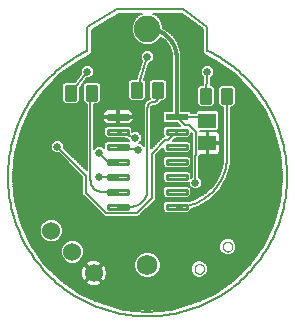
<source format=gbl>
G75*
%MOIN*%
%OFA0B0*%
%FSLAX25Y25*%
%IPPOS*%
%LPD*%
%AMOC8*
5,1,8,0,0,1.08239X$1,22.5*
%
%ADD10C,0.00600*%
%ADD11C,0.00000*%
%ADD12C,0.08858*%
%ADD13C,0.06909*%
%ADD14R,0.07677X0.02323*%
%ADD15C,0.01161*%
%ADD16C,0.01000*%
%ADD17R,0.05906X0.05118*%
%ADD18C,0.06000*%
%ADD19C,0.02578*%
%ADD20C,0.01200*%
%ADD21C,0.00800*%
D10*
X0046966Y0052337D02*
X0052499Y0046830D01*
X0058902Y0042364D01*
X0065981Y0039074D01*
X0073523Y0037060D01*
X0081300Y0036381D01*
X0089077Y0037060D01*
X0096619Y0039074D01*
X0103698Y0042364D01*
X0110101Y0046830D01*
X0115634Y0052337D01*
X0120130Y0058719D01*
X0123453Y0065783D01*
X0125503Y0073315D01*
X0126218Y0081089D01*
X0125576Y0088869D01*
X0123597Y0096421D01*
X0120341Y0103515D01*
X0115905Y0109939D01*
X0110424Y0115498D01*
X0104063Y0120024D01*
X0104063Y0120024D01*
X0100905Y0121700D01*
X0100637Y0121700D01*
X0100363Y0121974D01*
X0100014Y0122140D01*
X0099913Y0122424D01*
X0099700Y0122637D01*
X0099700Y0123025D01*
X0099570Y0123390D01*
X0099700Y0123662D01*
X0099700Y0130500D01*
X0092767Y0135700D01*
X0083082Y0135700D01*
X0084319Y0135188D01*
X0085818Y0133689D01*
X0086629Y0131730D01*
X0086629Y0130957D01*
X0089364Y0128970D01*
X0089364Y0128970D01*
X0091461Y0126084D01*
X0091461Y0126084D01*
X0092564Y0122690D01*
X0092564Y0103361D01*
X0095275Y0103361D01*
X0095802Y0102834D01*
X0095802Y0102600D01*
X0097447Y0102600D01*
X0097447Y0102972D01*
X0097974Y0103499D01*
X0104626Y0103499D01*
X0105153Y0102972D01*
X0105153Y0097108D01*
X0104626Y0096581D01*
X0098647Y0096581D01*
X0098647Y0096419D01*
X0101000Y0096419D01*
X0101000Y0092860D01*
X0101600Y0092860D01*
X0101600Y0096419D01*
X0104424Y0096419D01*
X0104755Y0096330D01*
X0105051Y0096159D01*
X0105293Y0095917D01*
X0105464Y0095621D01*
X0105553Y0095290D01*
X0105553Y0092860D01*
X0101600Y0092860D01*
X0101600Y0092260D01*
X0105553Y0092260D01*
X0105553Y0089830D01*
X0105464Y0089499D01*
X0105293Y0089203D01*
X0105051Y0088961D01*
X0104755Y0088789D01*
X0104424Y0088701D01*
X0101600Y0088701D01*
X0101600Y0092260D01*
X0101000Y0092260D01*
X0101000Y0088701D01*
X0098662Y0088701D01*
X0098647Y0088559D01*
X0098647Y0088090D01*
X0098600Y0088043D01*
X0098600Y0081096D01*
X0099489Y0080207D01*
X0099489Y0078393D01*
X0098207Y0077111D01*
X0096393Y0077111D01*
X0095111Y0078393D01*
X0095111Y0079415D01*
X0094935Y0079239D01*
X0087193Y0079239D01*
X0086325Y0080106D01*
X0086325Y0082494D01*
X0087193Y0083361D01*
X0094935Y0083361D01*
X0095802Y0082494D01*
X0095802Y0080898D01*
X0096000Y0081096D01*
X0096000Y0088175D01*
X0095950Y0088237D01*
X0096000Y0088703D01*
X0096000Y0089172D01*
X0096047Y0089220D01*
X0096047Y0095552D01*
X0095802Y0095797D01*
X0095802Y0095106D01*
X0094935Y0094239D01*
X0090841Y0094239D01*
X0089964Y0093361D01*
X0094935Y0093361D01*
X0095802Y0092494D01*
X0095802Y0090106D01*
X0094935Y0089239D01*
X0087193Y0089239D01*
X0086325Y0090106D01*
X0086325Y0090797D01*
X0084000Y0088472D01*
X0084000Y0073656D01*
X0078944Y0068600D01*
X0078182Y0067839D01*
X0067085Y0067839D01*
X0060362Y0074562D01*
X0059600Y0075324D01*
X0059600Y0081162D01*
X0051650Y0089111D01*
X0050393Y0089111D01*
X0049111Y0090393D01*
X0049111Y0092207D01*
X0050393Y0093489D01*
X0052207Y0093489D01*
X0053489Y0092207D01*
X0053489Y0090949D01*
X0061000Y0083438D01*
X0061000Y0105650D01*
X0060720Y0105650D01*
X0059900Y0106470D01*
X0059900Y0112130D01*
X0060720Y0112950D01*
X0064880Y0112950D01*
X0065700Y0112130D01*
X0065700Y0106470D01*
X0064880Y0105650D01*
X0063600Y0105650D01*
X0063600Y0090696D01*
X0064393Y0091489D01*
X0066207Y0091489D01*
X0066798Y0090898D01*
X0066798Y0092494D01*
X0067665Y0093361D01*
X0075143Y0093361D01*
X0075111Y0093393D01*
X0075111Y0093684D01*
X0073511Y0094239D01*
X0067665Y0094239D01*
X0066798Y0095106D01*
X0066798Y0097494D01*
X0067665Y0098361D01*
X0075407Y0098361D01*
X0076275Y0097494D01*
X0076275Y0096370D01*
X0076393Y0096489D01*
X0078207Y0096489D01*
X0079489Y0095207D01*
X0079489Y0093393D01*
X0078585Y0092489D01*
X0079207Y0092489D01*
X0080000Y0091696D01*
X0080000Y0105184D01*
X0080884Y0106716D01*
X0080884Y0106716D01*
X0082006Y0107364D01*
X0081900Y0107470D01*
X0081900Y0113130D01*
X0082720Y0113950D01*
X0086880Y0113950D01*
X0087700Y0113130D01*
X0087700Y0107470D01*
X0086880Y0106650D01*
X0085869Y0106650D01*
X0085350Y0105750D01*
X0085350Y0105750D01*
X0085350Y0105750D01*
X0084050Y0105000D01*
X0083300Y0105000D01*
X0083119Y0104976D01*
X0082805Y0104795D01*
X0082624Y0104481D01*
X0082600Y0104300D01*
X0082600Y0090749D01*
X0086613Y0094761D01*
X0086670Y0094761D01*
X0086325Y0095106D01*
X0086325Y0097494D01*
X0087193Y0098361D01*
X0092164Y0098361D01*
X0091287Y0099239D01*
X0086852Y0099239D01*
X0086325Y0099766D01*
X0086325Y0102834D01*
X0086852Y0103361D01*
X0089564Y0103361D01*
X0089564Y0120906D01*
X0089462Y0122199D01*
X0088663Y0124658D01*
X0087143Y0126750D01*
X0085837Y0127699D01*
X0085818Y0127651D01*
X0084319Y0126152D01*
X0082360Y0125341D01*
X0080240Y0125341D01*
X0078281Y0126152D01*
X0076782Y0127651D01*
X0075971Y0129610D01*
X0075971Y0131730D01*
X0076782Y0133689D01*
X0078281Y0135188D01*
X0079518Y0135700D01*
X0071743Y0135700D01*
X0062900Y0130394D01*
X0062900Y0123662D01*
X0063030Y0123390D01*
X0062900Y0123025D01*
X0062900Y0122637D01*
X0062687Y0122424D01*
X0062586Y0122140D01*
X0062237Y0121974D01*
X0061963Y0121700D01*
X0061695Y0121700D01*
X0058537Y0120024D01*
X0052176Y0115498D01*
X0046695Y0109939D01*
X0042259Y0103515D01*
X0039003Y0096421D01*
X0037023Y0088869D01*
X0036382Y0081089D01*
X0037097Y0073315D01*
X0039147Y0065783D01*
X0042470Y0058719D01*
X0046966Y0052337D01*
X0046756Y0052634D02*
X0054958Y0052634D01*
X0055524Y0052400D02*
X0057076Y0052400D01*
X0058509Y0052994D01*
X0059606Y0054091D01*
X0060200Y0055524D01*
X0060200Y0057076D01*
X0059606Y0058509D01*
X0058509Y0059606D01*
X0057076Y0060200D01*
X0055524Y0060200D01*
X0054091Y0059606D01*
X0052994Y0058509D01*
X0052400Y0057076D01*
X0052400Y0055524D01*
X0052994Y0054091D01*
X0054091Y0052994D01*
X0055524Y0052400D01*
X0053852Y0053233D02*
X0046334Y0053233D01*
X0045913Y0053832D02*
X0053253Y0053832D01*
X0052853Y0054430D02*
X0045491Y0054430D01*
X0045070Y0055029D02*
X0052605Y0055029D01*
X0052400Y0055627D02*
X0044648Y0055627D01*
X0044226Y0056226D02*
X0052400Y0056226D01*
X0052400Y0056824D02*
X0043805Y0056824D01*
X0043383Y0057423D02*
X0052544Y0057423D01*
X0052792Y0058021D02*
X0042961Y0058021D01*
X0042540Y0058620D02*
X0053104Y0058620D01*
X0053703Y0059218D02*
X0042235Y0059218D01*
X0041953Y0059817D02*
X0047619Y0059817D01*
X0047020Y0060065D02*
X0048453Y0059471D01*
X0050005Y0059471D01*
X0051438Y0060065D01*
X0052535Y0061162D01*
X0053129Y0062595D01*
X0053129Y0064147D01*
X0052535Y0065580D01*
X0051438Y0066677D01*
X0050005Y0067271D01*
X0048453Y0067271D01*
X0047020Y0066677D01*
X0045923Y0065580D01*
X0045329Y0064147D01*
X0045329Y0062595D01*
X0045923Y0061162D01*
X0047020Y0060065D01*
X0046669Y0060415D02*
X0041672Y0060415D01*
X0041390Y0061014D02*
X0046071Y0061014D01*
X0045736Y0061612D02*
X0041109Y0061612D01*
X0040827Y0062211D02*
X0045488Y0062211D01*
X0045329Y0062809D02*
X0040545Y0062809D01*
X0040264Y0063408D02*
X0045329Y0063408D01*
X0045329Y0064006D02*
X0039982Y0064006D01*
X0039701Y0064605D02*
X0045519Y0064605D01*
X0045767Y0065203D02*
X0039419Y0065203D01*
X0039141Y0065802D02*
X0046144Y0065802D01*
X0046743Y0066400D02*
X0038978Y0066400D01*
X0038816Y0066999D02*
X0047796Y0066999D01*
X0050662Y0066999D02*
X0123784Y0066999D01*
X0123947Y0067597D02*
X0038653Y0067597D01*
X0038490Y0068196D02*
X0066728Y0068196D01*
X0066129Y0068794D02*
X0038327Y0068794D01*
X0038164Y0069393D02*
X0065531Y0069393D01*
X0064932Y0069991D02*
X0038001Y0069991D01*
X0037838Y0070590D02*
X0064334Y0070590D01*
X0063735Y0071188D02*
X0037675Y0071188D01*
X0037513Y0071787D02*
X0063137Y0071787D01*
X0062538Y0072385D02*
X0037350Y0072385D01*
X0037187Y0072984D02*
X0061940Y0072984D01*
X0061341Y0073582D02*
X0037072Y0073582D01*
X0037017Y0074181D02*
X0060743Y0074181D01*
X0060144Y0074779D02*
X0036962Y0074779D01*
X0036907Y0075378D02*
X0059600Y0075378D01*
X0059600Y0075976D02*
X0036852Y0075976D01*
X0036797Y0076575D02*
X0059600Y0076575D01*
X0059600Y0077173D02*
X0036742Y0077173D01*
X0036687Y0077772D02*
X0059600Y0077772D01*
X0059600Y0078370D02*
X0036632Y0078370D01*
X0036577Y0078969D02*
X0059600Y0078969D01*
X0059600Y0079568D02*
X0036522Y0079568D01*
X0036467Y0080166D02*
X0059600Y0080166D01*
X0059600Y0080765D02*
X0036412Y0080765D01*
X0036404Y0081363D02*
X0059398Y0081363D01*
X0058800Y0081962D02*
X0036454Y0081962D01*
X0036503Y0082560D02*
X0058201Y0082560D01*
X0057603Y0083159D02*
X0036552Y0083159D01*
X0036602Y0083757D02*
X0057004Y0083757D01*
X0056406Y0084356D02*
X0036651Y0084356D01*
X0036701Y0084954D02*
X0055807Y0084954D01*
X0055209Y0085553D02*
X0036750Y0085553D01*
X0036799Y0086151D02*
X0054610Y0086151D01*
X0054012Y0086750D02*
X0036849Y0086750D01*
X0036898Y0087348D02*
X0053413Y0087348D01*
X0052815Y0087947D02*
X0036947Y0087947D01*
X0036997Y0088545D02*
X0052216Y0088545D01*
X0050361Y0089144D02*
X0037095Y0089144D01*
X0037252Y0089742D02*
X0049762Y0089742D01*
X0049164Y0090341D02*
X0037409Y0090341D01*
X0037566Y0090939D02*
X0049111Y0090939D01*
X0049111Y0091538D02*
X0037723Y0091538D01*
X0037880Y0092136D02*
X0049111Y0092136D01*
X0049639Y0092735D02*
X0038037Y0092735D01*
X0038193Y0093333D02*
X0050238Y0093333D01*
X0052362Y0093333D02*
X0061000Y0093333D01*
X0061000Y0092735D02*
X0052961Y0092735D01*
X0053489Y0092136D02*
X0061000Y0092136D01*
X0061000Y0091538D02*
X0053489Y0091538D01*
X0053499Y0090939D02*
X0061000Y0090939D01*
X0061000Y0090341D02*
X0054098Y0090341D01*
X0054696Y0089742D02*
X0061000Y0089742D01*
X0061000Y0089144D02*
X0055295Y0089144D01*
X0055893Y0088545D02*
X0061000Y0088545D01*
X0061000Y0087947D02*
X0056492Y0087947D01*
X0057090Y0087348D02*
X0061000Y0087348D01*
X0061000Y0086750D02*
X0057689Y0086750D01*
X0058287Y0086151D02*
X0061000Y0086151D01*
X0061000Y0085553D02*
X0058886Y0085553D01*
X0059484Y0084954D02*
X0061000Y0084954D01*
X0061000Y0084356D02*
X0060083Y0084356D01*
X0060681Y0083757D02*
X0061000Y0083757D01*
X0063600Y0090939D02*
X0063844Y0090939D01*
X0063600Y0091538D02*
X0066798Y0091538D01*
X0066798Y0092136D02*
X0063600Y0092136D01*
X0063600Y0092735D02*
X0067038Y0092735D01*
X0067637Y0093333D02*
X0063600Y0093333D01*
X0063600Y0093932D02*
X0074396Y0093932D01*
X0076275Y0096924D02*
X0080000Y0096924D01*
X0080000Y0096326D02*
X0078370Y0096326D01*
X0078968Y0095727D02*
X0080000Y0095727D01*
X0080000Y0095129D02*
X0079489Y0095129D01*
X0079489Y0094530D02*
X0080000Y0094530D01*
X0080000Y0093932D02*
X0079489Y0093932D01*
X0079429Y0093333D02*
X0080000Y0093333D01*
X0080000Y0092735D02*
X0078830Y0092735D01*
X0079559Y0092136D02*
X0080000Y0092136D01*
X0082600Y0092136D02*
X0083988Y0092136D01*
X0084586Y0092735D02*
X0082600Y0092735D01*
X0082600Y0093333D02*
X0085185Y0093333D01*
X0085783Y0093932D02*
X0082600Y0093932D01*
X0082600Y0094530D02*
X0086382Y0094530D01*
X0086325Y0095129D02*
X0082600Y0095129D01*
X0082600Y0095727D02*
X0086325Y0095727D01*
X0086325Y0096326D02*
X0082600Y0096326D01*
X0082600Y0096924D02*
X0086325Y0096924D01*
X0086354Y0097523D02*
X0082600Y0097523D01*
X0082600Y0098121D02*
X0086953Y0098121D01*
X0086773Y0099318D02*
X0082600Y0099318D01*
X0082600Y0098720D02*
X0091805Y0098720D01*
X0090534Y0093932D02*
X0096047Y0093932D01*
X0096047Y0094530D02*
X0095227Y0094530D01*
X0095802Y0095129D02*
X0096047Y0095129D01*
X0095872Y0095727D02*
X0095802Y0095727D01*
X0096047Y0093333D02*
X0094963Y0093333D01*
X0095562Y0092735D02*
X0096047Y0092735D01*
X0096047Y0092136D02*
X0095802Y0092136D01*
X0095802Y0091538D02*
X0096047Y0091538D01*
X0096047Y0090939D02*
X0095802Y0090939D01*
X0095802Y0090341D02*
X0096047Y0090341D01*
X0096047Y0089742D02*
X0095439Y0089742D01*
X0096000Y0089144D02*
X0084672Y0089144D01*
X0085270Y0089742D02*
X0086689Y0089742D01*
X0086325Y0090341D02*
X0085869Y0090341D01*
X0087193Y0088361D02*
X0086325Y0087494D01*
X0086325Y0085106D01*
X0087193Y0084239D01*
X0094935Y0084239D01*
X0095802Y0085106D01*
X0095802Y0087494D01*
X0094935Y0088361D01*
X0087193Y0088361D01*
X0086778Y0087947D02*
X0084000Y0087947D01*
X0084000Y0087348D02*
X0086325Y0087348D01*
X0086325Y0086750D02*
X0084000Y0086750D01*
X0084000Y0086151D02*
X0086325Y0086151D01*
X0086325Y0085553D02*
X0084000Y0085553D01*
X0084000Y0084954D02*
X0086477Y0084954D01*
X0087076Y0084356D02*
X0084000Y0084356D01*
X0084000Y0083757D02*
X0096000Y0083757D01*
X0096000Y0083159D02*
X0095138Y0083159D01*
X0095736Y0082560D02*
X0096000Y0082560D01*
X0096000Y0081962D02*
X0095802Y0081962D01*
X0095802Y0081363D02*
X0096000Y0081363D01*
X0095111Y0078969D02*
X0084000Y0078969D01*
X0084000Y0079568D02*
X0086864Y0079568D01*
X0086325Y0080166D02*
X0084000Y0080166D01*
X0084000Y0080765D02*
X0086325Y0080765D01*
X0086325Y0081363D02*
X0084000Y0081363D01*
X0084000Y0081962D02*
X0086325Y0081962D01*
X0086391Y0082560D02*
X0084000Y0082560D01*
X0084000Y0083159D02*
X0086990Y0083159D01*
X0087193Y0078361D02*
X0086325Y0077494D01*
X0086325Y0075106D01*
X0087193Y0074239D01*
X0094935Y0074239D01*
X0095802Y0075106D01*
X0095802Y0077494D01*
X0094935Y0078361D01*
X0087193Y0078361D01*
X0086603Y0077772D02*
X0084000Y0077772D01*
X0084000Y0078370D02*
X0095134Y0078370D01*
X0095524Y0077772D02*
X0095732Y0077772D01*
X0095802Y0077173D02*
X0096331Y0077173D01*
X0095802Y0076575D02*
X0101246Y0076575D01*
X0101844Y0077173D02*
X0098269Y0077173D01*
X0098868Y0077772D02*
X0102443Y0077772D01*
X0103041Y0078370D02*
X0099466Y0078370D01*
X0099489Y0078969D02*
X0103501Y0078969D01*
X0103310Y0078639D02*
X0100461Y0075790D01*
X0096971Y0073775D01*
X0095039Y0073257D01*
X0094935Y0073361D01*
X0087193Y0073361D01*
X0086325Y0072494D01*
X0086325Y0070106D01*
X0087193Y0069239D01*
X0094935Y0069239D01*
X0095802Y0070106D01*
X0095802Y0070633D01*
X0098025Y0071229D01*
X0098025Y0071229D01*
X0102138Y0073604D01*
X0105496Y0076962D01*
X0107871Y0081074D01*
X0107871Y0081075D01*
X0109100Y0085662D01*
X0109100Y0104650D01*
X0109880Y0104650D01*
X0110700Y0105470D01*
X0110700Y0111130D01*
X0109880Y0111950D01*
X0105720Y0111950D01*
X0104900Y0111130D01*
X0104900Y0105470D01*
X0105720Y0104650D01*
X0106500Y0104650D01*
X0106500Y0088036D01*
X0106368Y0086021D01*
X0105325Y0082129D01*
X0103310Y0078639D01*
X0103846Y0079568D02*
X0099489Y0079568D01*
X0099489Y0080166D02*
X0104192Y0080166D01*
X0104537Y0080765D02*
X0098931Y0080765D01*
X0098600Y0081363D02*
X0104883Y0081363D01*
X0105228Y0081962D02*
X0098600Y0081962D01*
X0098600Y0082560D02*
X0105440Y0082560D01*
X0105601Y0083159D02*
X0098600Y0083159D01*
X0098600Y0083757D02*
X0105761Y0083757D01*
X0105922Y0084356D02*
X0098600Y0084356D01*
X0098600Y0084954D02*
X0106082Y0084954D01*
X0106242Y0085553D02*
X0098600Y0085553D01*
X0098600Y0086151D02*
X0106376Y0086151D01*
X0106416Y0086750D02*
X0098600Y0086750D01*
X0098600Y0087348D02*
X0106455Y0087348D01*
X0106494Y0087947D02*
X0098600Y0087947D01*
X0098647Y0088545D02*
X0106500Y0088545D01*
X0106500Y0089144D02*
X0105234Y0089144D01*
X0105529Y0089742D02*
X0106500Y0089742D01*
X0106500Y0090341D02*
X0105553Y0090341D01*
X0105553Y0090939D02*
X0106500Y0090939D01*
X0106500Y0091538D02*
X0105553Y0091538D01*
X0105553Y0092136D02*
X0106500Y0092136D01*
X0106500Y0092735D02*
X0101600Y0092735D01*
X0101600Y0093333D02*
X0101000Y0093333D01*
X0101000Y0093932D02*
X0101600Y0093932D01*
X0101600Y0094530D02*
X0101000Y0094530D01*
X0101000Y0095129D02*
X0101600Y0095129D01*
X0101600Y0095727D02*
X0101000Y0095727D01*
X0101000Y0096326D02*
X0101600Y0096326D01*
X0104762Y0096326D02*
X0106500Y0096326D01*
X0106500Y0096924D02*
X0104969Y0096924D01*
X0105153Y0097523D02*
X0106500Y0097523D01*
X0106500Y0098121D02*
X0105153Y0098121D01*
X0105153Y0098720D02*
X0106500Y0098720D01*
X0106500Y0099318D02*
X0105153Y0099318D01*
X0105153Y0099917D02*
X0106500Y0099917D01*
X0106500Y0100515D02*
X0105153Y0100515D01*
X0105153Y0101114D02*
X0106500Y0101114D01*
X0106500Y0101712D02*
X0105153Y0101712D01*
X0105153Y0102311D02*
X0106500Y0102311D01*
X0106500Y0102909D02*
X0105153Y0102909D01*
X0106500Y0103508D02*
X0092564Y0103508D01*
X0092564Y0104106D02*
X0106500Y0104106D01*
X0105665Y0104705D02*
X0102935Y0104705D01*
X0102880Y0104650D02*
X0103700Y0105470D01*
X0103700Y0111130D01*
X0102880Y0111950D01*
X0102331Y0111950D01*
X0102483Y0114387D01*
X0103489Y0115393D01*
X0103489Y0117207D01*
X0102207Y0118489D01*
X0100393Y0118489D01*
X0099111Y0117207D01*
X0099111Y0115393D01*
X0099892Y0114612D01*
X0099726Y0111950D01*
X0098720Y0111950D01*
X0097900Y0111130D01*
X0097900Y0105470D01*
X0098720Y0104650D01*
X0102880Y0104650D01*
X0103533Y0105303D02*
X0105067Y0105303D01*
X0104900Y0105902D02*
X0103700Y0105902D01*
X0103700Y0106501D02*
X0104900Y0106501D01*
X0104900Y0107099D02*
X0103700Y0107099D01*
X0103700Y0107698D02*
X0104900Y0107698D01*
X0104900Y0108296D02*
X0103700Y0108296D01*
X0103700Y0108895D02*
X0104900Y0108895D01*
X0104900Y0109493D02*
X0103700Y0109493D01*
X0103700Y0110092D02*
X0104900Y0110092D01*
X0104900Y0110690D02*
X0103700Y0110690D01*
X0103541Y0111289D02*
X0105059Y0111289D01*
X0105657Y0111887D02*
X0102943Y0111887D01*
X0102364Y0112486D02*
X0113394Y0112486D01*
X0112804Y0113084D02*
X0102402Y0113084D01*
X0102439Y0113683D02*
X0112214Y0113683D01*
X0111624Y0114281D02*
X0102476Y0114281D01*
X0102975Y0114880D02*
X0111033Y0114880D01*
X0110443Y0115478D02*
X0103489Y0115478D01*
X0103489Y0116077D02*
X0109611Y0116077D01*
X0108769Y0116675D02*
X0103489Y0116675D01*
X0103422Y0117274D02*
X0107928Y0117274D01*
X0107087Y0117872D02*
X0102823Y0117872D01*
X0102225Y0118471D02*
X0106246Y0118471D01*
X0105405Y0119069D02*
X0092564Y0119069D01*
X0092564Y0118471D02*
X0100375Y0118471D01*
X0099777Y0117872D02*
X0092564Y0117872D01*
X0092564Y0117274D02*
X0099178Y0117274D01*
X0099111Y0116675D02*
X0092564Y0116675D01*
X0092564Y0116077D02*
X0099111Y0116077D01*
X0099111Y0115478D02*
X0092564Y0115478D01*
X0092564Y0114880D02*
X0099625Y0114880D01*
X0099871Y0114281D02*
X0092564Y0114281D01*
X0092564Y0113683D02*
X0099834Y0113683D01*
X0099796Y0113084D02*
X0092564Y0113084D01*
X0092564Y0112486D02*
X0099759Y0112486D01*
X0098657Y0111887D02*
X0092564Y0111887D01*
X0092564Y0111289D02*
X0098059Y0111289D01*
X0097900Y0110690D02*
X0092564Y0110690D01*
X0092564Y0110092D02*
X0097900Y0110092D01*
X0097900Y0109493D02*
X0092564Y0109493D01*
X0092564Y0108895D02*
X0097900Y0108895D01*
X0097900Y0108296D02*
X0092564Y0108296D01*
X0092564Y0107698D02*
X0097900Y0107698D01*
X0097900Y0107099D02*
X0092564Y0107099D01*
X0092564Y0106501D02*
X0097900Y0106501D01*
X0097900Y0105902D02*
X0092564Y0105902D01*
X0092564Y0105303D02*
X0098067Y0105303D01*
X0098665Y0104705D02*
X0092564Y0104705D01*
X0089564Y0104705D02*
X0082753Y0104705D01*
X0082600Y0104106D02*
X0089564Y0104106D01*
X0089564Y0103508D02*
X0082600Y0103508D01*
X0082600Y0102909D02*
X0086400Y0102909D01*
X0086325Y0102311D02*
X0082600Y0102311D01*
X0082600Y0101712D02*
X0086325Y0101712D01*
X0086325Y0101114D02*
X0082600Y0101114D01*
X0082600Y0100515D02*
X0086325Y0100515D01*
X0086325Y0099917D02*
X0082600Y0099917D01*
X0080000Y0099917D02*
X0076502Y0099917D01*
X0076547Y0099993D02*
X0076675Y0100472D01*
X0076675Y0101019D01*
X0071817Y0101019D01*
X0071817Y0098839D01*
X0075042Y0098839D01*
X0075520Y0098967D01*
X0075949Y0099214D01*
X0076299Y0099565D01*
X0076547Y0099993D01*
X0076675Y0100515D02*
X0080000Y0100515D01*
X0080000Y0101114D02*
X0071817Y0101114D01*
X0071817Y0101019D02*
X0071817Y0101581D01*
X0071255Y0101581D01*
X0071255Y0101019D01*
X0066398Y0101019D01*
X0066398Y0100472D01*
X0066526Y0099993D01*
X0066773Y0099565D01*
X0067124Y0099214D01*
X0067552Y0098967D01*
X0068031Y0098839D01*
X0071255Y0098839D01*
X0071255Y0101019D01*
X0071817Y0101019D01*
X0071817Y0100515D02*
X0071255Y0100515D01*
X0071255Y0099917D02*
X0071817Y0099917D01*
X0071817Y0099318D02*
X0071255Y0099318D01*
X0071255Y0101114D02*
X0063600Y0101114D01*
X0063600Y0101712D02*
X0066398Y0101712D01*
X0066398Y0101581D02*
X0071255Y0101581D01*
X0071255Y0103761D01*
X0068031Y0103761D01*
X0067552Y0103633D01*
X0067124Y0103386D01*
X0066773Y0103035D01*
X0066526Y0102607D01*
X0066398Y0102128D01*
X0066398Y0101581D01*
X0066447Y0102311D02*
X0063600Y0102311D01*
X0063600Y0102909D02*
X0066701Y0102909D01*
X0067335Y0103508D02*
X0063600Y0103508D01*
X0063600Y0104106D02*
X0080000Y0104106D01*
X0080000Y0103508D02*
X0075737Y0103508D01*
X0075949Y0103386D02*
X0075520Y0103633D01*
X0075042Y0103761D01*
X0071817Y0103761D01*
X0071817Y0101581D01*
X0076675Y0101581D01*
X0076675Y0102128D01*
X0076547Y0102607D01*
X0076299Y0103035D01*
X0075949Y0103386D01*
X0076372Y0102909D02*
X0080000Y0102909D01*
X0080000Y0102311D02*
X0076626Y0102311D01*
X0076675Y0101712D02*
X0080000Y0101712D01*
X0080000Y0099318D02*
X0076053Y0099318D01*
X0075647Y0098121D02*
X0080000Y0098121D01*
X0080000Y0097523D02*
X0076246Y0097523D01*
X0080000Y0098720D02*
X0063600Y0098720D01*
X0063600Y0099318D02*
X0067020Y0099318D01*
X0066570Y0099917D02*
X0063600Y0099917D01*
X0063600Y0100515D02*
X0066398Y0100515D01*
X0067425Y0098121D02*
X0063600Y0098121D01*
X0063600Y0097523D02*
X0066826Y0097523D01*
X0066798Y0096924D02*
X0063600Y0096924D01*
X0063600Y0096326D02*
X0066798Y0096326D01*
X0066798Y0095727D02*
X0063600Y0095727D01*
X0063600Y0095129D02*
X0066798Y0095129D01*
X0067373Y0094530D02*
X0063600Y0094530D01*
X0061000Y0094530D02*
X0038507Y0094530D01*
X0038350Y0093932D02*
X0061000Y0093932D01*
X0061000Y0095129D02*
X0038664Y0095129D01*
X0038821Y0095727D02*
X0061000Y0095727D01*
X0061000Y0096326D02*
X0038978Y0096326D01*
X0039234Y0096924D02*
X0061000Y0096924D01*
X0061000Y0097523D02*
X0039509Y0097523D01*
X0039783Y0098121D02*
X0061000Y0098121D01*
X0061000Y0098720D02*
X0040058Y0098720D01*
X0040333Y0099318D02*
X0061000Y0099318D01*
X0061000Y0099917D02*
X0040607Y0099917D01*
X0040882Y0100515D02*
X0061000Y0100515D01*
X0061000Y0101114D02*
X0041157Y0101114D01*
X0041432Y0101712D02*
X0061000Y0101712D01*
X0061000Y0102311D02*
X0041706Y0102311D01*
X0041981Y0102909D02*
X0061000Y0102909D01*
X0061000Y0103508D02*
X0042256Y0103508D01*
X0042667Y0104106D02*
X0061000Y0104106D01*
X0061000Y0104705D02*
X0043081Y0104705D01*
X0043494Y0105303D02*
X0061000Y0105303D01*
X0060468Y0105902D02*
X0058132Y0105902D01*
X0057880Y0105650D02*
X0058700Y0106470D01*
X0058700Y0110887D01*
X0061233Y0114111D01*
X0062207Y0114111D01*
X0063489Y0115393D01*
X0063489Y0117207D01*
X0062207Y0118489D01*
X0060393Y0118489D01*
X0059111Y0117207D01*
X0059111Y0115618D01*
X0057015Y0112950D01*
X0053720Y0112950D01*
X0052900Y0112130D01*
X0052900Y0106470D01*
X0053720Y0105650D01*
X0057880Y0105650D01*
X0058700Y0106501D02*
X0059900Y0106501D01*
X0059900Y0107099D02*
X0058700Y0107099D01*
X0058700Y0107698D02*
X0059900Y0107698D01*
X0059900Y0108296D02*
X0058700Y0108296D01*
X0058700Y0108895D02*
X0059900Y0108895D01*
X0059900Y0109493D02*
X0058700Y0109493D01*
X0058700Y0110092D02*
X0059900Y0110092D01*
X0059900Y0110690D02*
X0058700Y0110690D01*
X0059016Y0111289D02*
X0059900Y0111289D01*
X0059900Y0111887D02*
X0059486Y0111887D01*
X0059956Y0112486D02*
X0060256Y0112486D01*
X0060427Y0113084D02*
X0074900Y0113084D01*
X0074900Y0113130D02*
X0074900Y0107470D01*
X0075720Y0106650D01*
X0079880Y0106650D01*
X0080700Y0107470D01*
X0080700Y0113130D01*
X0080218Y0113612D01*
X0081968Y0119111D01*
X0082207Y0119111D01*
X0083489Y0120393D01*
X0083489Y0122207D01*
X0082207Y0123489D01*
X0080393Y0123489D01*
X0079111Y0122207D01*
X0079111Y0120393D01*
X0079518Y0119986D01*
X0077597Y0113950D01*
X0075720Y0113950D01*
X0074900Y0113130D01*
X0074900Y0112486D02*
X0065344Y0112486D01*
X0065700Y0111887D02*
X0074900Y0111887D01*
X0074900Y0111289D02*
X0065700Y0111289D01*
X0065700Y0110690D02*
X0074900Y0110690D01*
X0074900Y0110092D02*
X0065700Y0110092D01*
X0065700Y0109493D02*
X0074900Y0109493D01*
X0074900Y0108895D02*
X0065700Y0108895D01*
X0065700Y0108296D02*
X0074900Y0108296D01*
X0074900Y0107698D02*
X0065700Y0107698D01*
X0065700Y0107099D02*
X0075271Y0107099D01*
X0071817Y0103508D02*
X0071255Y0103508D01*
X0071255Y0102909D02*
X0071817Y0102909D01*
X0071817Y0102311D02*
X0071255Y0102311D01*
X0071255Y0101712D02*
X0071817Y0101712D01*
X0065700Y0106501D02*
X0080760Y0106501D01*
X0080414Y0105902D02*
X0065132Y0105902D01*
X0063600Y0105303D02*
X0080069Y0105303D01*
X0080000Y0104705D02*
X0063600Y0104705D01*
X0060897Y0113683D02*
X0075453Y0113683D01*
X0077703Y0114281D02*
X0062377Y0114281D01*
X0062975Y0114880D02*
X0077893Y0114880D01*
X0078083Y0115478D02*
X0063489Y0115478D01*
X0063489Y0116077D02*
X0078274Y0116077D01*
X0078464Y0116675D02*
X0063489Y0116675D01*
X0063422Y0117274D02*
X0078655Y0117274D01*
X0078845Y0117872D02*
X0062823Y0117872D01*
X0062225Y0118471D02*
X0079036Y0118471D01*
X0079226Y0119069D02*
X0057195Y0119069D01*
X0056354Y0118471D02*
X0060375Y0118471D01*
X0059777Y0117872D02*
X0055513Y0117872D01*
X0054672Y0117274D02*
X0059178Y0117274D01*
X0059111Y0116675D02*
X0053831Y0116675D01*
X0052989Y0116077D02*
X0059111Y0116077D01*
X0059001Y0115478D02*
X0052157Y0115478D01*
X0051566Y0114880D02*
X0058531Y0114880D01*
X0058061Y0114281D02*
X0050976Y0114281D01*
X0050386Y0113683D02*
X0057590Y0113683D01*
X0057120Y0113084D02*
X0049796Y0113084D01*
X0049206Y0112486D02*
X0053256Y0112486D01*
X0052900Y0111887D02*
X0048616Y0111887D01*
X0048026Y0111289D02*
X0052900Y0111289D01*
X0052900Y0110690D02*
X0047436Y0110690D01*
X0046845Y0110092D02*
X0052900Y0110092D01*
X0052900Y0109493D02*
X0046387Y0109493D01*
X0045974Y0108895D02*
X0052900Y0108895D01*
X0052900Y0108296D02*
X0045560Y0108296D01*
X0045147Y0107698D02*
X0052900Y0107698D01*
X0052900Y0107099D02*
X0044734Y0107099D01*
X0044321Y0106501D02*
X0052900Y0106501D01*
X0053468Y0105902D02*
X0043907Y0105902D01*
X0058036Y0119668D02*
X0079416Y0119668D01*
X0079238Y0120266D02*
X0058994Y0120266D01*
X0060121Y0120865D02*
X0079111Y0120865D01*
X0079111Y0121463D02*
X0061249Y0121463D01*
X0062421Y0122062D02*
X0079111Y0122062D01*
X0079565Y0122660D02*
X0062900Y0122660D01*
X0062983Y0123259D02*
X0080163Y0123259D01*
X0082437Y0123259D02*
X0089118Y0123259D01*
X0088923Y0123857D02*
X0062900Y0123857D01*
X0062900Y0124456D02*
X0088729Y0124456D01*
X0088375Y0125054D02*
X0062900Y0125054D01*
X0062900Y0125653D02*
X0079487Y0125653D01*
X0078182Y0126251D02*
X0062900Y0126251D01*
X0062900Y0126850D02*
X0077584Y0126850D01*
X0076985Y0127448D02*
X0062900Y0127448D01*
X0062900Y0128047D02*
X0076618Y0128047D01*
X0076370Y0128645D02*
X0062900Y0128645D01*
X0062900Y0129244D02*
X0076123Y0129244D01*
X0075971Y0129842D02*
X0062900Y0129842D01*
X0062978Y0130441D02*
X0075971Y0130441D01*
X0075971Y0131039D02*
X0063976Y0131039D01*
X0064973Y0131638D02*
X0075971Y0131638D01*
X0076181Y0132237D02*
X0065971Y0132237D01*
X0066968Y0132835D02*
X0076429Y0132835D01*
X0076676Y0133434D02*
X0067966Y0133434D01*
X0068963Y0134032D02*
X0077125Y0134032D01*
X0077724Y0134631D02*
X0069961Y0134631D01*
X0070958Y0135229D02*
X0078381Y0135229D01*
X0084219Y0135229D02*
X0093395Y0135229D01*
X0094193Y0134631D02*
X0084876Y0134631D01*
X0085475Y0134032D02*
X0094991Y0134032D01*
X0095789Y0133434D02*
X0085924Y0133434D01*
X0086171Y0132835D02*
X0096587Y0132835D01*
X0097385Y0132237D02*
X0086419Y0132237D01*
X0086629Y0131638D02*
X0098183Y0131638D01*
X0098981Y0131039D02*
X0086629Y0131039D01*
X0087340Y0130441D02*
X0099700Y0130441D01*
X0099700Y0129842D02*
X0088163Y0129842D01*
X0088987Y0129244D02*
X0099700Y0129244D01*
X0099700Y0128645D02*
X0089600Y0128645D01*
X0089364Y0128970D02*
X0089364Y0128970D01*
X0090035Y0128047D02*
X0099700Y0128047D01*
X0099700Y0127448D02*
X0090470Y0127448D01*
X0090905Y0126850D02*
X0099700Y0126850D01*
X0099700Y0126251D02*
X0091339Y0126251D01*
X0091601Y0125653D02*
X0099700Y0125653D01*
X0099700Y0125054D02*
X0091796Y0125054D01*
X0091990Y0124456D02*
X0099700Y0124456D01*
X0099700Y0123857D02*
X0092185Y0123857D01*
X0092379Y0123259D02*
X0099617Y0123259D01*
X0099700Y0122660D02*
X0092564Y0122660D01*
X0092564Y0122062D02*
X0100179Y0122062D01*
X0101351Y0121463D02*
X0092564Y0121463D01*
X0092564Y0120865D02*
X0102479Y0120865D01*
X0103606Y0120266D02*
X0092564Y0120266D01*
X0092564Y0119668D02*
X0104564Y0119668D01*
X0101300Y0123300D02*
X0101300Y0131300D01*
X0093300Y0137300D01*
X0071300Y0137300D01*
X0061300Y0131300D01*
X0061300Y0123300D01*
X0080621Y0114880D02*
X0089564Y0114880D01*
X0089564Y0115478D02*
X0080812Y0115478D01*
X0081002Y0116077D02*
X0089564Y0116077D01*
X0089564Y0116675D02*
X0081193Y0116675D01*
X0081383Y0117274D02*
X0089564Y0117274D01*
X0089564Y0117872D02*
X0081574Y0117872D01*
X0081764Y0118471D02*
X0089564Y0118471D01*
X0089564Y0119069D02*
X0081954Y0119069D01*
X0082763Y0119668D02*
X0089564Y0119668D01*
X0089564Y0120266D02*
X0083362Y0120266D01*
X0083489Y0120865D02*
X0089564Y0120865D01*
X0089520Y0121463D02*
X0083489Y0121463D01*
X0083489Y0122062D02*
X0089473Y0122062D01*
X0089312Y0122660D02*
X0083035Y0122660D01*
X0083113Y0125653D02*
X0087940Y0125653D01*
X0087505Y0126251D02*
X0084418Y0126251D01*
X0085016Y0126850D02*
X0087005Y0126850D01*
X0086182Y0127448D02*
X0085615Y0127448D01*
X0089564Y0114281D02*
X0080431Y0114281D01*
X0080241Y0113683D02*
X0082453Y0113683D01*
X0081900Y0113084D02*
X0080700Y0113084D01*
X0080700Y0112486D02*
X0081900Y0112486D01*
X0081900Y0111887D02*
X0080700Y0111887D01*
X0080700Y0111289D02*
X0081900Y0111289D01*
X0081900Y0110690D02*
X0080700Y0110690D01*
X0080700Y0110092D02*
X0081900Y0110092D01*
X0081900Y0109493D02*
X0080700Y0109493D01*
X0080700Y0108895D02*
X0081900Y0108895D01*
X0081900Y0108296D02*
X0080700Y0108296D01*
X0080700Y0107698D02*
X0081900Y0107698D01*
X0081548Y0107099D02*
X0080329Y0107099D01*
X0084576Y0105303D02*
X0089564Y0105303D01*
X0089564Y0105902D02*
X0085437Y0105902D01*
X0085783Y0106501D02*
X0089564Y0106501D01*
X0089564Y0107099D02*
X0087329Y0107099D01*
X0087700Y0107698D02*
X0089564Y0107698D01*
X0089564Y0108296D02*
X0087700Y0108296D01*
X0087700Y0108895D02*
X0089564Y0108895D01*
X0089564Y0109493D02*
X0087700Y0109493D01*
X0087700Y0110092D02*
X0089564Y0110092D01*
X0089564Y0110690D02*
X0087700Y0110690D01*
X0087700Y0111289D02*
X0089564Y0111289D01*
X0089564Y0111887D02*
X0087700Y0111887D01*
X0087700Y0112486D02*
X0089564Y0112486D01*
X0089564Y0113084D02*
X0087700Y0113084D01*
X0087147Y0113683D02*
X0089564Y0113683D01*
X0095727Y0102909D02*
X0097447Y0102909D01*
X0105403Y0095727D02*
X0106500Y0095727D01*
X0106500Y0095129D02*
X0105553Y0095129D01*
X0105553Y0094530D02*
X0106500Y0094530D01*
X0106500Y0093932D02*
X0105553Y0093932D01*
X0105553Y0093333D02*
X0106500Y0093333D01*
X0109100Y0093333D02*
X0124407Y0093333D01*
X0124563Y0092735D02*
X0109100Y0092735D01*
X0109100Y0092136D02*
X0124720Y0092136D01*
X0124877Y0091538D02*
X0109100Y0091538D01*
X0109100Y0090939D02*
X0125034Y0090939D01*
X0125191Y0090341D02*
X0109100Y0090341D01*
X0109100Y0089742D02*
X0125348Y0089742D01*
X0125505Y0089144D02*
X0109100Y0089144D01*
X0109100Y0088545D02*
X0125603Y0088545D01*
X0125653Y0087947D02*
X0109100Y0087947D01*
X0109100Y0087348D02*
X0125702Y0087348D01*
X0125751Y0086750D02*
X0109100Y0086750D01*
X0109100Y0086151D02*
X0125801Y0086151D01*
X0125850Y0085553D02*
X0109071Y0085553D01*
X0108910Y0084954D02*
X0125899Y0084954D01*
X0125949Y0084356D02*
X0108750Y0084356D01*
X0108590Y0083757D02*
X0125998Y0083757D01*
X0126048Y0083159D02*
X0108429Y0083159D01*
X0108269Y0082560D02*
X0126097Y0082560D01*
X0126146Y0081962D02*
X0108109Y0081962D01*
X0107948Y0081363D02*
X0126196Y0081363D01*
X0126188Y0080765D02*
X0107692Y0080765D01*
X0107346Y0080166D02*
X0126133Y0080166D01*
X0126078Y0079568D02*
X0107001Y0079568D01*
X0106655Y0078969D02*
X0126023Y0078969D01*
X0125968Y0078370D02*
X0106310Y0078370D01*
X0105964Y0077772D02*
X0125913Y0077772D01*
X0125858Y0077173D02*
X0105619Y0077173D01*
X0105496Y0076962D02*
X0105496Y0076962D01*
X0105110Y0076575D02*
X0125803Y0076575D01*
X0125748Y0075976D02*
X0104511Y0075976D01*
X0103913Y0075378D02*
X0125693Y0075378D01*
X0125638Y0074779D02*
X0103314Y0074779D01*
X0102716Y0074181D02*
X0125583Y0074181D01*
X0125528Y0073582D02*
X0102101Y0073582D01*
X0102138Y0073604D02*
X0102138Y0073604D01*
X0101065Y0072984D02*
X0125413Y0072984D01*
X0125250Y0072385D02*
X0100028Y0072385D01*
X0098991Y0071787D02*
X0125087Y0071787D01*
X0124925Y0071188D02*
X0097873Y0071188D01*
X0095802Y0070590D02*
X0124762Y0070590D01*
X0124599Y0069991D02*
X0095688Y0069991D01*
X0095089Y0069393D02*
X0124436Y0069393D01*
X0124273Y0068794D02*
X0079138Y0068794D01*
X0078539Y0068196D02*
X0124110Y0068196D01*
X0123622Y0066400D02*
X0051715Y0066400D01*
X0052314Y0065802D02*
X0123459Y0065802D01*
X0123181Y0065203D02*
X0052691Y0065203D01*
X0052939Y0064605D02*
X0122899Y0064605D01*
X0122618Y0064006D02*
X0053129Y0064006D01*
X0053129Y0063408D02*
X0122336Y0063408D01*
X0122055Y0062809D02*
X0053129Y0062809D01*
X0052970Y0062211D02*
X0121773Y0062211D01*
X0121491Y0061612D02*
X0052722Y0061612D01*
X0052387Y0061014D02*
X0121210Y0061014D01*
X0120928Y0060415D02*
X0109708Y0060415D01*
X0109671Y0060452D02*
X0108605Y0060894D01*
X0107451Y0060894D01*
X0106385Y0060452D01*
X0105570Y0059637D01*
X0105128Y0058571D01*
X0105128Y0057417D01*
X0105570Y0056351D01*
X0106385Y0055535D01*
X0107451Y0055094D01*
X0108605Y0055094D01*
X0109671Y0055535D01*
X0110487Y0056351D01*
X0110928Y0057417D01*
X0110928Y0058571D01*
X0110487Y0059637D01*
X0109671Y0060452D01*
X0110307Y0059817D02*
X0120647Y0059817D01*
X0120365Y0059218D02*
X0110660Y0059218D01*
X0110908Y0058620D02*
X0120060Y0058620D01*
X0119639Y0058021D02*
X0110928Y0058021D01*
X0110928Y0057423D02*
X0119217Y0057423D01*
X0118795Y0056824D02*
X0110682Y0056824D01*
X0110361Y0056226D02*
X0118374Y0056226D01*
X0117952Y0055627D02*
X0109762Y0055627D01*
X0106294Y0055627D02*
X0083754Y0055627D01*
X0083767Y0055622D02*
X0082166Y0056285D01*
X0080434Y0056285D01*
X0078833Y0055622D01*
X0077608Y0054397D01*
X0076945Y0052796D01*
X0076945Y0051064D01*
X0077608Y0049463D01*
X0078833Y0048238D01*
X0080434Y0047575D01*
X0082166Y0047575D01*
X0083767Y0048238D01*
X0084992Y0049463D01*
X0085655Y0051064D01*
X0085655Y0052796D01*
X0084992Y0054397D01*
X0083767Y0055622D01*
X0084360Y0055029D02*
X0117530Y0055029D01*
X0117109Y0054430D02*
X0084958Y0054430D01*
X0085226Y0053832D02*
X0116687Y0053832D01*
X0116266Y0053233D02*
X0099808Y0053233D01*
X0100215Y0053065D02*
X0099149Y0053506D01*
X0097995Y0053506D01*
X0096929Y0053065D01*
X0096113Y0052249D01*
X0095672Y0051183D01*
X0095672Y0050029D01*
X0096113Y0048963D01*
X0096929Y0048148D01*
X0097995Y0047706D01*
X0099149Y0047706D01*
X0100215Y0048148D01*
X0101030Y0048963D01*
X0101472Y0050029D01*
X0101472Y0051183D01*
X0101030Y0052249D01*
X0100215Y0053065D01*
X0100645Y0052634D02*
X0115844Y0052634D01*
X0115332Y0052036D02*
X0101119Y0052036D01*
X0101366Y0051437D02*
X0114731Y0051437D01*
X0114129Y0050839D02*
X0101472Y0050839D01*
X0101472Y0050240D02*
X0113528Y0050240D01*
X0112927Y0049642D02*
X0101312Y0049642D01*
X0101064Y0049043D02*
X0112325Y0049043D01*
X0111724Y0048445D02*
X0100512Y0048445D01*
X0099488Y0047846D02*
X0111123Y0047846D01*
X0110521Y0047248D02*
X0067188Y0047248D01*
X0067049Y0046975D02*
X0067356Y0047578D01*
X0067565Y0048222D01*
X0067671Y0048891D01*
X0067671Y0049567D01*
X0067565Y0050236D01*
X0067356Y0050880D01*
X0067049Y0051483D01*
X0066651Y0052030D01*
X0066624Y0052057D01*
X0063795Y0049229D01*
X0063371Y0049653D01*
X0062947Y0049229D01*
X0060118Y0052057D01*
X0060091Y0052030D01*
X0059693Y0051483D01*
X0059386Y0050880D01*
X0059177Y0050236D01*
X0059071Y0049567D01*
X0059071Y0048891D01*
X0059177Y0048222D01*
X0059386Y0047578D01*
X0059693Y0046975D01*
X0060091Y0046428D01*
X0060118Y0046400D01*
X0062947Y0049229D01*
X0063371Y0048805D01*
X0063795Y0049229D01*
X0066624Y0046400D01*
X0066651Y0046428D01*
X0067049Y0046975D01*
X0066812Y0046649D02*
X0109842Y0046649D01*
X0108984Y0046051D02*
X0066125Y0046051D01*
X0066199Y0045976D02*
X0063371Y0048805D01*
X0060543Y0045976D01*
X0060570Y0045949D01*
X0061117Y0045551D01*
X0061720Y0045244D01*
X0062364Y0045035D01*
X0063033Y0044929D01*
X0063709Y0044929D01*
X0064378Y0045035D01*
X0065022Y0045244D01*
X0065625Y0045551D01*
X0066172Y0045949D01*
X0066199Y0045976D01*
X0066375Y0046649D02*
X0065526Y0046649D01*
X0065776Y0047248D02*
X0064928Y0047248D01*
X0065178Y0047846D02*
X0064329Y0047846D01*
X0064579Y0048445D02*
X0063731Y0048445D01*
X0063610Y0049043D02*
X0063981Y0049043D01*
X0064208Y0049642D02*
X0063382Y0049642D01*
X0063371Y0049653D02*
X0066199Y0052482D01*
X0066172Y0052509D01*
X0065625Y0052907D01*
X0065022Y0053214D01*
X0064378Y0053423D01*
X0063709Y0053529D01*
X0063033Y0053529D01*
X0062364Y0053423D01*
X0061720Y0053214D01*
X0061117Y0052907D01*
X0060570Y0052509D01*
X0060543Y0052482D01*
X0063371Y0049653D01*
X0063360Y0049642D02*
X0062534Y0049642D01*
X0062761Y0049043D02*
X0063132Y0049043D01*
X0063011Y0048445D02*
X0062163Y0048445D01*
X0062413Y0047846D02*
X0061564Y0047846D01*
X0061814Y0047248D02*
X0060966Y0047248D01*
X0061216Y0046649D02*
X0060367Y0046649D01*
X0059930Y0046649D02*
X0052758Y0046649D01*
X0052079Y0047248D02*
X0059554Y0047248D01*
X0059299Y0047846D02*
X0051477Y0047846D01*
X0050876Y0048445D02*
X0059142Y0048445D01*
X0059071Y0049043D02*
X0050275Y0049043D01*
X0049673Y0049642D02*
X0059083Y0049642D01*
X0059178Y0050240D02*
X0049072Y0050240D01*
X0048471Y0050839D02*
X0059373Y0050839D01*
X0059670Y0051437D02*
X0047869Y0051437D01*
X0047268Y0052036D02*
X0060097Y0052036D01*
X0060140Y0052036D02*
X0060988Y0052036D01*
X0060743Y0052634D02*
X0057642Y0052634D01*
X0058748Y0053233D02*
X0061779Y0053233D01*
X0061587Y0051437D02*
X0060738Y0051437D01*
X0061337Y0050839D02*
X0062185Y0050839D01*
X0061935Y0050240D02*
X0062784Y0050240D01*
X0063958Y0050240D02*
X0064807Y0050240D01*
X0064557Y0050839D02*
X0065405Y0050839D01*
X0065155Y0051437D02*
X0066004Y0051437D01*
X0065754Y0052036D02*
X0066602Y0052036D01*
X0066645Y0052036D02*
X0076945Y0052036D01*
X0076945Y0052634D02*
X0065999Y0052634D01*
X0064963Y0053233D02*
X0077126Y0053233D01*
X0077374Y0053832D02*
X0059347Y0053832D01*
X0059747Y0054430D02*
X0077642Y0054430D01*
X0078240Y0055029D02*
X0059995Y0055029D01*
X0060200Y0055627D02*
X0078846Y0055627D01*
X0080291Y0056226D02*
X0060200Y0056226D01*
X0060200Y0056824D02*
X0105374Y0056824D01*
X0105128Y0057423D02*
X0060056Y0057423D01*
X0059808Y0058021D02*
X0105128Y0058021D01*
X0105148Y0058620D02*
X0059496Y0058620D01*
X0058897Y0059218D02*
X0105396Y0059218D01*
X0105750Y0059817D02*
X0058001Y0059817D01*
X0054599Y0059817D02*
X0050839Y0059817D01*
X0051788Y0060415D02*
X0106348Y0060415D01*
X0105695Y0056226D02*
X0082309Y0056226D01*
X0085474Y0053233D02*
X0097336Y0053233D01*
X0096499Y0052634D02*
X0085655Y0052634D01*
X0085655Y0052036D02*
X0096025Y0052036D01*
X0095777Y0051437D02*
X0085655Y0051437D01*
X0085562Y0050839D02*
X0095672Y0050839D01*
X0095672Y0050240D02*
X0085314Y0050240D01*
X0085066Y0049642D02*
X0095832Y0049642D01*
X0096080Y0049043D02*
X0084572Y0049043D01*
X0083973Y0048445D02*
X0096632Y0048445D01*
X0097656Y0047846D02*
X0082821Y0047846D01*
X0079779Y0047846D02*
X0067443Y0047846D01*
X0067600Y0048445D02*
X0078626Y0048445D01*
X0078028Y0049043D02*
X0067671Y0049043D01*
X0067659Y0049642D02*
X0077534Y0049642D01*
X0077286Y0050240D02*
X0067564Y0050240D01*
X0067369Y0050839D02*
X0077038Y0050839D01*
X0076945Y0051437D02*
X0067072Y0051437D01*
X0065431Y0045452D02*
X0108126Y0045452D01*
X0107268Y0044854D02*
X0055332Y0044854D01*
X0056190Y0044255D02*
X0106410Y0044255D01*
X0105552Y0043657D02*
X0057048Y0043657D01*
X0057906Y0043058D02*
X0104694Y0043058D01*
X0103836Y0042460D02*
X0058764Y0042460D01*
X0059983Y0041861D02*
X0102617Y0041861D01*
X0101329Y0041263D02*
X0061271Y0041263D01*
X0062559Y0040664D02*
X0100041Y0040664D01*
X0098753Y0040066D02*
X0063847Y0040066D01*
X0065135Y0039467D02*
X0097465Y0039467D01*
X0095850Y0038869D02*
X0066750Y0038869D01*
X0068990Y0038270D02*
X0093610Y0038270D01*
X0091369Y0037672D02*
X0071231Y0037672D01*
X0073472Y0037073D02*
X0089128Y0037073D01*
X0082372Y0036475D02*
X0080228Y0036475D01*
X0061311Y0045452D02*
X0054474Y0045452D01*
X0053616Y0046051D02*
X0060617Y0046051D01*
X0079736Y0069393D02*
X0087038Y0069393D01*
X0086440Y0069991D02*
X0080335Y0069991D01*
X0080933Y0070590D02*
X0086325Y0070590D01*
X0086325Y0071188D02*
X0081532Y0071188D01*
X0082130Y0071787D02*
X0086325Y0071787D01*
X0086325Y0072385D02*
X0082729Y0072385D01*
X0083327Y0072984D02*
X0086815Y0072984D01*
X0086652Y0074779D02*
X0084000Y0074779D01*
X0084000Y0074181D02*
X0097674Y0074181D01*
X0098711Y0074779D02*
X0095476Y0074779D01*
X0095802Y0075378D02*
X0099747Y0075378D01*
X0100647Y0075976D02*
X0095802Y0075976D01*
X0096252Y0073582D02*
X0083926Y0073582D01*
X0084000Y0075378D02*
X0086325Y0075378D01*
X0086325Y0075976D02*
X0084000Y0075976D01*
X0084000Y0076575D02*
X0086325Y0076575D01*
X0086325Y0077173D02*
X0084000Y0077173D01*
X0101300Y0123300D02*
X0102324Y0122797D01*
X0103335Y0122269D01*
X0104333Y0121717D01*
X0105317Y0121140D01*
X0106286Y0120539D01*
X0107241Y0119915D01*
X0108180Y0119267D01*
X0109102Y0118597D01*
X0110009Y0117904D01*
X0110897Y0117189D01*
X0111768Y0116453D01*
X0112621Y0115695D01*
X0113455Y0114917D01*
X0114269Y0114118D01*
X0115064Y0113300D01*
X0115839Y0112463D01*
X0116592Y0111606D01*
X0117325Y0110732D01*
X0118035Y0109840D01*
X0118724Y0108931D01*
X0119390Y0108005D01*
X0120033Y0107063D01*
X0120653Y0106106D01*
X0121250Y0105133D01*
X0121822Y0104147D01*
X0122370Y0103146D01*
X0122893Y0102133D01*
X0123392Y0101107D01*
X0123865Y0100069D01*
X0124312Y0099020D01*
X0124733Y0097960D01*
X0125129Y0096890D01*
X0125498Y0095811D01*
X0125840Y0094723D01*
X0126156Y0093627D01*
X0126445Y0092523D01*
X0126706Y0091413D01*
X0126941Y0090297D01*
X0127148Y0089175D01*
X0127327Y0088049D01*
X0127478Y0086918D01*
X0127602Y0085784D01*
X0127698Y0084648D01*
X0127767Y0083509D01*
X0127807Y0082369D01*
X0127819Y0081229D01*
X0127803Y0080088D01*
X0127760Y0078948D01*
X0127688Y0077810D01*
X0127588Y0076674D01*
X0127461Y0075540D01*
X0127306Y0074410D01*
X0127123Y0073285D01*
X0126913Y0072163D01*
X0126675Y0071048D01*
X0126410Y0069938D01*
X0126118Y0068836D01*
X0125799Y0067741D01*
X0125453Y0066654D01*
X0125081Y0065576D01*
X0124682Y0064507D01*
X0124257Y0063449D01*
X0123807Y0062401D01*
X0123331Y0061364D01*
X0122829Y0060340D01*
X0122303Y0059328D01*
X0121752Y0058329D01*
X0121177Y0057344D01*
X0120577Y0056374D01*
X0119954Y0055418D01*
X0119308Y0054478D01*
X0118639Y0053555D01*
X0117948Y0052648D01*
X0117234Y0051758D01*
X0116499Y0050886D01*
X0115743Y0050032D01*
X0114966Y0049197D01*
X0114169Y0048381D01*
X0113352Y0047585D01*
X0112515Y0046809D01*
X0111660Y0046054D01*
X0110787Y0045321D01*
X0109896Y0044608D01*
X0108988Y0043918D01*
X0108063Y0043251D01*
X0107122Y0042606D01*
X0106166Y0041985D01*
X0105195Y0041387D01*
X0104209Y0040813D01*
X0103209Y0040263D01*
X0102197Y0039739D01*
X0101171Y0039239D01*
X0100134Y0038764D01*
X0099086Y0038315D01*
X0098026Y0037892D01*
X0096957Y0037495D01*
X0095878Y0037124D01*
X0094791Y0036780D01*
X0093695Y0036463D01*
X0092592Y0036172D01*
X0091483Y0035909D01*
X0090367Y0035673D01*
X0089245Y0035465D01*
X0088119Y0035284D01*
X0086989Y0035130D01*
X0085855Y0035005D01*
X0084719Y0034907D01*
X0083580Y0034837D01*
X0082441Y0034795D01*
X0081300Y0034781D01*
X0080159Y0034795D01*
X0079020Y0034837D01*
X0077881Y0034907D01*
X0076745Y0035005D01*
X0075611Y0035130D01*
X0074481Y0035284D01*
X0073355Y0035465D01*
X0072233Y0035673D01*
X0071117Y0035909D01*
X0070008Y0036172D01*
X0068905Y0036463D01*
X0067809Y0036780D01*
X0066722Y0037124D01*
X0065643Y0037495D01*
X0064574Y0037892D01*
X0063514Y0038315D01*
X0062466Y0038764D01*
X0061429Y0039239D01*
X0060403Y0039739D01*
X0059391Y0040263D01*
X0058391Y0040813D01*
X0057405Y0041387D01*
X0056434Y0041985D01*
X0055478Y0042606D01*
X0054537Y0043251D01*
X0053612Y0043918D01*
X0052704Y0044608D01*
X0051813Y0045321D01*
X0050940Y0046054D01*
X0050085Y0046809D01*
X0049248Y0047585D01*
X0048431Y0048381D01*
X0047634Y0049197D01*
X0046857Y0050032D01*
X0046101Y0050886D01*
X0045366Y0051758D01*
X0044652Y0052648D01*
X0043961Y0053555D01*
X0043292Y0054478D01*
X0042646Y0055418D01*
X0042023Y0056374D01*
X0041423Y0057344D01*
X0040848Y0058329D01*
X0040297Y0059328D01*
X0039771Y0060340D01*
X0039269Y0061364D01*
X0038793Y0062401D01*
X0038343Y0063449D01*
X0037918Y0064507D01*
X0037519Y0065576D01*
X0037147Y0066654D01*
X0036801Y0067741D01*
X0036482Y0068836D01*
X0036190Y0069938D01*
X0035925Y0071048D01*
X0035687Y0072163D01*
X0035477Y0073285D01*
X0035294Y0074410D01*
X0035139Y0075540D01*
X0035012Y0076674D01*
X0034912Y0077810D01*
X0034840Y0078948D01*
X0034797Y0080088D01*
X0034781Y0081229D01*
X0034793Y0082369D01*
X0034833Y0083509D01*
X0034902Y0084648D01*
X0034998Y0085784D01*
X0035122Y0086918D01*
X0035273Y0088049D01*
X0035452Y0089175D01*
X0035659Y0090297D01*
X0035894Y0091413D01*
X0036155Y0092523D01*
X0036444Y0093627D01*
X0036760Y0094723D01*
X0037102Y0095811D01*
X0037471Y0096890D01*
X0037867Y0097960D01*
X0038288Y0099020D01*
X0038735Y0100069D01*
X0039208Y0101107D01*
X0039707Y0102133D01*
X0040230Y0103146D01*
X0040778Y0104147D01*
X0041350Y0105133D01*
X0041947Y0106106D01*
X0042567Y0107063D01*
X0043210Y0108005D01*
X0043876Y0108931D01*
X0044565Y0109840D01*
X0045275Y0110732D01*
X0046008Y0111606D01*
X0046761Y0112463D01*
X0047536Y0113300D01*
X0048331Y0114118D01*
X0049145Y0114917D01*
X0049979Y0115695D01*
X0050832Y0116453D01*
X0051703Y0117189D01*
X0052591Y0117904D01*
X0053498Y0118597D01*
X0054420Y0119267D01*
X0055359Y0119915D01*
X0056314Y0120539D01*
X0057283Y0121140D01*
X0058267Y0121717D01*
X0059265Y0122269D01*
X0060276Y0122797D01*
X0061300Y0123300D01*
X0066756Y0090939D02*
X0066798Y0090939D01*
X0082600Y0090939D02*
X0082791Y0090939D01*
X0082600Y0091538D02*
X0083389Y0091538D01*
X0084073Y0088545D02*
X0095983Y0088545D01*
X0096000Y0087947D02*
X0095350Y0087947D01*
X0095802Y0087348D02*
X0096000Y0087348D01*
X0096000Y0086750D02*
X0095802Y0086750D01*
X0095802Y0086151D02*
X0096000Y0086151D01*
X0096000Y0085553D02*
X0095802Y0085553D01*
X0095651Y0084954D02*
X0096000Y0084954D01*
X0096000Y0084356D02*
X0095052Y0084356D01*
X0101000Y0089144D02*
X0101600Y0089144D01*
X0101600Y0089742D02*
X0101000Y0089742D01*
X0101000Y0090341D02*
X0101600Y0090341D01*
X0101600Y0090939D02*
X0101000Y0090939D01*
X0101000Y0091538D02*
X0101600Y0091538D01*
X0101600Y0092136D02*
X0101000Y0092136D01*
X0109100Y0093932D02*
X0124250Y0093932D01*
X0124093Y0094530D02*
X0109100Y0094530D01*
X0109100Y0095129D02*
X0123936Y0095129D01*
X0123779Y0095727D02*
X0109100Y0095727D01*
X0109100Y0096326D02*
X0123622Y0096326D01*
X0123366Y0096924D02*
X0109100Y0096924D01*
X0109100Y0097523D02*
X0123091Y0097523D01*
X0122817Y0098121D02*
X0109100Y0098121D01*
X0109100Y0098720D02*
X0122542Y0098720D01*
X0122267Y0099318D02*
X0109100Y0099318D01*
X0109100Y0099917D02*
X0121992Y0099917D01*
X0121718Y0100515D02*
X0109100Y0100515D01*
X0109100Y0101114D02*
X0121443Y0101114D01*
X0121168Y0101712D02*
X0109100Y0101712D01*
X0109100Y0102311D02*
X0120894Y0102311D01*
X0120619Y0102909D02*
X0109100Y0102909D01*
X0109100Y0103508D02*
X0120344Y0103508D01*
X0119933Y0104106D02*
X0109100Y0104106D01*
X0109935Y0104705D02*
X0119519Y0104705D01*
X0119106Y0105303D02*
X0110533Y0105303D01*
X0110700Y0105902D02*
X0118693Y0105902D01*
X0118279Y0106501D02*
X0110700Y0106501D01*
X0110700Y0107099D02*
X0117866Y0107099D01*
X0117453Y0107698D02*
X0110700Y0107698D01*
X0110700Y0108296D02*
X0117039Y0108296D01*
X0116626Y0108895D02*
X0110700Y0108895D01*
X0110700Y0109493D02*
X0116213Y0109493D01*
X0115755Y0110092D02*
X0110700Y0110092D01*
X0110700Y0110690D02*
X0115164Y0110690D01*
X0114574Y0111289D02*
X0110541Y0111289D01*
X0109943Y0111887D02*
X0113984Y0111887D01*
D11*
X0106428Y0057994D02*
X0106430Y0058074D01*
X0106436Y0058153D01*
X0106446Y0058232D01*
X0106460Y0058311D01*
X0106477Y0058389D01*
X0106499Y0058466D01*
X0106524Y0058541D01*
X0106554Y0058615D01*
X0106586Y0058688D01*
X0106623Y0058759D01*
X0106663Y0058828D01*
X0106706Y0058895D01*
X0106753Y0058960D01*
X0106802Y0059022D01*
X0106855Y0059082D01*
X0106911Y0059139D01*
X0106969Y0059194D01*
X0107030Y0059245D01*
X0107094Y0059293D01*
X0107160Y0059338D01*
X0107228Y0059380D01*
X0107298Y0059418D01*
X0107370Y0059452D01*
X0107443Y0059483D01*
X0107518Y0059511D01*
X0107595Y0059534D01*
X0107672Y0059554D01*
X0107750Y0059570D01*
X0107829Y0059582D01*
X0107908Y0059590D01*
X0107988Y0059594D01*
X0108068Y0059594D01*
X0108148Y0059590D01*
X0108227Y0059582D01*
X0108306Y0059570D01*
X0108384Y0059554D01*
X0108461Y0059534D01*
X0108538Y0059511D01*
X0108613Y0059483D01*
X0108686Y0059452D01*
X0108758Y0059418D01*
X0108828Y0059380D01*
X0108896Y0059338D01*
X0108962Y0059293D01*
X0109026Y0059245D01*
X0109087Y0059194D01*
X0109145Y0059139D01*
X0109201Y0059082D01*
X0109254Y0059022D01*
X0109303Y0058960D01*
X0109350Y0058895D01*
X0109393Y0058828D01*
X0109433Y0058759D01*
X0109470Y0058688D01*
X0109502Y0058615D01*
X0109532Y0058541D01*
X0109557Y0058466D01*
X0109579Y0058389D01*
X0109596Y0058311D01*
X0109610Y0058232D01*
X0109620Y0058153D01*
X0109626Y0058074D01*
X0109628Y0057994D01*
X0109626Y0057914D01*
X0109620Y0057835D01*
X0109610Y0057756D01*
X0109596Y0057677D01*
X0109579Y0057599D01*
X0109557Y0057522D01*
X0109532Y0057447D01*
X0109502Y0057373D01*
X0109470Y0057300D01*
X0109433Y0057229D01*
X0109393Y0057160D01*
X0109350Y0057093D01*
X0109303Y0057028D01*
X0109254Y0056966D01*
X0109201Y0056906D01*
X0109145Y0056849D01*
X0109087Y0056794D01*
X0109026Y0056743D01*
X0108962Y0056695D01*
X0108896Y0056650D01*
X0108828Y0056608D01*
X0108758Y0056570D01*
X0108686Y0056536D01*
X0108613Y0056505D01*
X0108538Y0056477D01*
X0108461Y0056454D01*
X0108384Y0056434D01*
X0108306Y0056418D01*
X0108227Y0056406D01*
X0108148Y0056398D01*
X0108068Y0056394D01*
X0107988Y0056394D01*
X0107908Y0056398D01*
X0107829Y0056406D01*
X0107750Y0056418D01*
X0107672Y0056434D01*
X0107595Y0056454D01*
X0107518Y0056477D01*
X0107443Y0056505D01*
X0107370Y0056536D01*
X0107298Y0056570D01*
X0107228Y0056608D01*
X0107160Y0056650D01*
X0107094Y0056695D01*
X0107030Y0056743D01*
X0106969Y0056794D01*
X0106911Y0056849D01*
X0106855Y0056906D01*
X0106802Y0056966D01*
X0106753Y0057028D01*
X0106706Y0057093D01*
X0106663Y0057160D01*
X0106623Y0057229D01*
X0106586Y0057300D01*
X0106554Y0057373D01*
X0106524Y0057447D01*
X0106499Y0057522D01*
X0106477Y0057599D01*
X0106460Y0057677D01*
X0106446Y0057756D01*
X0106436Y0057835D01*
X0106430Y0057914D01*
X0106428Y0057994D01*
X0096972Y0050606D02*
X0096974Y0050686D01*
X0096980Y0050765D01*
X0096990Y0050844D01*
X0097004Y0050923D01*
X0097021Y0051001D01*
X0097043Y0051078D01*
X0097068Y0051153D01*
X0097098Y0051227D01*
X0097130Y0051300D01*
X0097167Y0051371D01*
X0097207Y0051440D01*
X0097250Y0051507D01*
X0097297Y0051572D01*
X0097346Y0051634D01*
X0097399Y0051694D01*
X0097455Y0051751D01*
X0097513Y0051806D01*
X0097574Y0051857D01*
X0097638Y0051905D01*
X0097704Y0051950D01*
X0097772Y0051992D01*
X0097842Y0052030D01*
X0097914Y0052064D01*
X0097987Y0052095D01*
X0098062Y0052123D01*
X0098139Y0052146D01*
X0098216Y0052166D01*
X0098294Y0052182D01*
X0098373Y0052194D01*
X0098452Y0052202D01*
X0098532Y0052206D01*
X0098612Y0052206D01*
X0098692Y0052202D01*
X0098771Y0052194D01*
X0098850Y0052182D01*
X0098928Y0052166D01*
X0099005Y0052146D01*
X0099082Y0052123D01*
X0099157Y0052095D01*
X0099230Y0052064D01*
X0099302Y0052030D01*
X0099372Y0051992D01*
X0099440Y0051950D01*
X0099506Y0051905D01*
X0099570Y0051857D01*
X0099631Y0051806D01*
X0099689Y0051751D01*
X0099745Y0051694D01*
X0099798Y0051634D01*
X0099847Y0051572D01*
X0099894Y0051507D01*
X0099937Y0051440D01*
X0099977Y0051371D01*
X0100014Y0051300D01*
X0100046Y0051227D01*
X0100076Y0051153D01*
X0100101Y0051078D01*
X0100123Y0051001D01*
X0100140Y0050923D01*
X0100154Y0050844D01*
X0100164Y0050765D01*
X0100170Y0050686D01*
X0100172Y0050606D01*
X0100170Y0050526D01*
X0100164Y0050447D01*
X0100154Y0050368D01*
X0100140Y0050289D01*
X0100123Y0050211D01*
X0100101Y0050134D01*
X0100076Y0050059D01*
X0100046Y0049985D01*
X0100014Y0049912D01*
X0099977Y0049841D01*
X0099937Y0049772D01*
X0099894Y0049705D01*
X0099847Y0049640D01*
X0099798Y0049578D01*
X0099745Y0049518D01*
X0099689Y0049461D01*
X0099631Y0049406D01*
X0099570Y0049355D01*
X0099506Y0049307D01*
X0099440Y0049262D01*
X0099372Y0049220D01*
X0099302Y0049182D01*
X0099230Y0049148D01*
X0099157Y0049117D01*
X0099082Y0049089D01*
X0099005Y0049066D01*
X0098928Y0049046D01*
X0098850Y0049030D01*
X0098771Y0049018D01*
X0098692Y0049010D01*
X0098612Y0049006D01*
X0098532Y0049006D01*
X0098452Y0049010D01*
X0098373Y0049018D01*
X0098294Y0049030D01*
X0098216Y0049046D01*
X0098139Y0049066D01*
X0098062Y0049089D01*
X0097987Y0049117D01*
X0097914Y0049148D01*
X0097842Y0049182D01*
X0097772Y0049220D01*
X0097704Y0049262D01*
X0097638Y0049307D01*
X0097574Y0049355D01*
X0097513Y0049406D01*
X0097455Y0049461D01*
X0097399Y0049518D01*
X0097346Y0049578D01*
X0097297Y0049640D01*
X0097250Y0049705D01*
X0097207Y0049772D01*
X0097167Y0049841D01*
X0097130Y0049912D01*
X0097098Y0049985D01*
X0097068Y0050059D01*
X0097043Y0050134D01*
X0097021Y0050211D01*
X0097004Y0050289D01*
X0096990Y0050368D01*
X0096980Y0050447D01*
X0096974Y0050526D01*
X0096972Y0050606D01*
D12*
X0081300Y0130670D03*
D13*
X0081300Y0051930D03*
D14*
X0091064Y0101300D03*
D15*
X0087806Y0096881D02*
X0094322Y0096881D01*
X0094322Y0095719D01*
X0087806Y0095719D01*
X0087806Y0096881D01*
X0087806Y0096822D02*
X0094322Y0096822D01*
X0094322Y0091881D02*
X0087806Y0091881D01*
X0094322Y0091881D02*
X0094322Y0090719D01*
X0087806Y0090719D01*
X0087806Y0091881D01*
X0087806Y0091822D02*
X0094322Y0091822D01*
X0094322Y0086881D02*
X0087806Y0086881D01*
X0094322Y0086881D02*
X0094322Y0085719D01*
X0087806Y0085719D01*
X0087806Y0086881D01*
X0087806Y0086822D02*
X0094322Y0086822D01*
X0094322Y0081881D02*
X0087806Y0081881D01*
X0094322Y0081881D02*
X0094322Y0080719D01*
X0087806Y0080719D01*
X0087806Y0081881D01*
X0087806Y0081822D02*
X0094322Y0081822D01*
X0094322Y0076881D02*
X0087806Y0076881D01*
X0094322Y0076881D02*
X0094322Y0075719D01*
X0087806Y0075719D01*
X0087806Y0076881D01*
X0087806Y0076822D02*
X0094322Y0076822D01*
X0094322Y0071881D02*
X0087806Y0071881D01*
X0094322Y0071881D02*
X0094322Y0070719D01*
X0087806Y0070719D01*
X0087806Y0071881D01*
X0087806Y0071822D02*
X0094322Y0071822D01*
X0074794Y0071881D02*
X0068278Y0071881D01*
X0074794Y0071881D02*
X0074794Y0070719D01*
X0068278Y0070719D01*
X0068278Y0071881D01*
X0068278Y0071822D02*
X0074794Y0071822D01*
X0074794Y0076881D02*
X0068278Y0076881D01*
X0074794Y0076881D02*
X0074794Y0075719D01*
X0068278Y0075719D01*
X0068278Y0076881D01*
X0068278Y0076822D02*
X0074794Y0076822D01*
X0074794Y0081881D02*
X0068278Y0081881D01*
X0074794Y0081881D02*
X0074794Y0080719D01*
X0068278Y0080719D01*
X0068278Y0081881D01*
X0068278Y0081822D02*
X0074794Y0081822D01*
X0074794Y0086881D02*
X0068278Y0086881D01*
X0074794Y0086881D02*
X0074794Y0085719D01*
X0068278Y0085719D01*
X0068278Y0086881D01*
X0068278Y0086822D02*
X0074794Y0086822D01*
X0074794Y0091881D02*
X0068278Y0091881D01*
X0074794Y0091881D02*
X0074794Y0090719D01*
X0068278Y0090719D01*
X0068278Y0091881D01*
X0068278Y0091822D02*
X0074794Y0091822D01*
X0074794Y0096881D02*
X0068278Y0096881D01*
X0074794Y0096881D02*
X0074794Y0095719D01*
X0068278Y0095719D01*
X0068278Y0096881D01*
X0068278Y0096822D02*
X0074794Y0096822D01*
X0074794Y0101881D02*
X0068278Y0101881D01*
X0074794Y0101881D02*
X0074794Y0100719D01*
X0068278Y0100719D01*
X0068278Y0101881D01*
X0068278Y0101822D02*
X0074794Y0101822D01*
D16*
X0076300Y0112550D02*
X0079300Y0112550D01*
X0079300Y0108050D01*
X0076300Y0108050D01*
X0076300Y0112550D01*
X0076300Y0109000D02*
X0079300Y0109000D01*
X0079300Y0109950D02*
X0076300Y0109950D01*
X0076300Y0110900D02*
X0079300Y0110900D01*
X0079300Y0111850D02*
X0076300Y0111850D01*
X0083300Y0112550D02*
X0086300Y0112550D01*
X0086300Y0108050D01*
X0083300Y0108050D01*
X0083300Y0112550D01*
X0083300Y0109000D02*
X0086300Y0109000D01*
X0086300Y0109950D02*
X0083300Y0109950D01*
X0083300Y0110900D02*
X0086300Y0110900D01*
X0086300Y0111850D02*
X0083300Y0111850D01*
X0099300Y0110550D02*
X0102300Y0110550D01*
X0102300Y0106050D01*
X0099300Y0106050D01*
X0099300Y0110550D01*
X0099300Y0107000D02*
X0102300Y0107000D01*
X0102300Y0107950D02*
X0099300Y0107950D01*
X0099300Y0108900D02*
X0102300Y0108900D01*
X0102300Y0109850D02*
X0099300Y0109850D01*
X0106300Y0110550D02*
X0109300Y0110550D01*
X0109300Y0106050D01*
X0106300Y0106050D01*
X0106300Y0110550D01*
X0106300Y0107000D02*
X0109300Y0107000D01*
X0109300Y0107950D02*
X0106300Y0107950D01*
X0106300Y0108900D02*
X0109300Y0108900D01*
X0109300Y0109850D02*
X0106300Y0109850D01*
X0064300Y0111550D02*
X0061300Y0111550D01*
X0064300Y0111550D02*
X0064300Y0107050D01*
X0061300Y0107050D01*
X0061300Y0111550D01*
X0061300Y0108000D02*
X0064300Y0108000D01*
X0064300Y0108950D02*
X0061300Y0108950D01*
X0061300Y0109900D02*
X0064300Y0109900D01*
X0064300Y0110850D02*
X0061300Y0110850D01*
X0057300Y0111550D02*
X0054300Y0111550D01*
X0057300Y0111550D02*
X0057300Y0107050D01*
X0054300Y0107050D01*
X0054300Y0111550D01*
X0054300Y0108000D02*
X0057300Y0108000D01*
X0057300Y0108950D02*
X0054300Y0108950D01*
X0054300Y0109900D02*
X0057300Y0109900D01*
X0057300Y0110850D02*
X0054300Y0110850D01*
D17*
X0101300Y0100040D03*
X0101300Y0092560D03*
D18*
X0056300Y0056300D03*
X0049229Y0063371D03*
X0063371Y0049229D03*
D19*
X0097300Y0079300D03*
X0078300Y0090300D03*
X0077300Y0094300D03*
X0065300Y0089300D03*
X0065300Y0081300D03*
X0051300Y0091300D03*
X0061300Y0116300D03*
X0070300Y0117300D03*
X0081300Y0121300D03*
X0096300Y0117300D03*
X0101300Y0116300D03*
D20*
X0091064Y0120906D02*
X0091064Y0101300D01*
X0091064Y0120906D02*
X0091061Y0121142D01*
X0091053Y0121378D01*
X0091038Y0121613D01*
X0091018Y0121848D01*
X0090993Y0122083D01*
X0090962Y0122317D01*
X0090925Y0122550D01*
X0090882Y0122782D01*
X0090834Y0123013D01*
X0090780Y0123243D01*
X0090721Y0123471D01*
X0090656Y0123698D01*
X0090586Y0123923D01*
X0090510Y0124147D01*
X0090429Y0124368D01*
X0090343Y0124588D01*
X0090252Y0124805D01*
X0090155Y0125021D01*
X0090053Y0125233D01*
X0089946Y0125444D01*
X0089833Y0125651D01*
X0089716Y0125856D01*
X0089594Y0126058D01*
X0089467Y0126257D01*
X0089336Y0126453D01*
X0089199Y0126645D01*
X0089058Y0126834D01*
X0088913Y0127020D01*
X0088763Y0127202D01*
X0088608Y0127381D01*
X0088450Y0127555D01*
X0088287Y0127726D01*
X0088120Y0127893D01*
X0087949Y0128056D01*
X0087775Y0128214D01*
X0087596Y0128369D01*
X0087414Y0128519D01*
X0087228Y0128664D01*
X0087039Y0128805D01*
X0086847Y0128942D01*
X0086651Y0129073D01*
X0086452Y0129200D01*
X0086250Y0129322D01*
X0086045Y0129439D01*
X0085838Y0129552D01*
X0085627Y0129659D01*
X0085415Y0129761D01*
X0085199Y0129858D01*
X0084982Y0129949D01*
X0084762Y0130035D01*
X0084541Y0130116D01*
X0084317Y0130192D01*
X0084092Y0130262D01*
X0083865Y0130327D01*
X0083637Y0130386D01*
X0083407Y0130440D01*
X0083176Y0130488D01*
X0082944Y0130531D01*
X0082711Y0130568D01*
X0082477Y0130599D01*
X0082242Y0130624D01*
X0082007Y0130644D01*
X0081772Y0130659D01*
X0081536Y0130667D01*
X0081300Y0130670D01*
D21*
X0081300Y0121300D02*
X0077800Y0110300D01*
X0083300Y0106300D02*
X0083376Y0106302D01*
X0083452Y0106308D01*
X0083527Y0106317D01*
X0083602Y0106331D01*
X0083676Y0106348D01*
X0083749Y0106369D01*
X0083821Y0106393D01*
X0083892Y0106422D01*
X0083961Y0106453D01*
X0084028Y0106488D01*
X0084093Y0106527D01*
X0084157Y0106569D01*
X0084218Y0106614D01*
X0084277Y0106662D01*
X0084333Y0106713D01*
X0084387Y0106767D01*
X0084438Y0106823D01*
X0084486Y0106882D01*
X0084531Y0106943D01*
X0084573Y0107007D01*
X0084612Y0107072D01*
X0084647Y0107139D01*
X0084678Y0107208D01*
X0084707Y0107279D01*
X0084731Y0107351D01*
X0084752Y0107424D01*
X0084769Y0107498D01*
X0084783Y0107573D01*
X0084792Y0107648D01*
X0084798Y0107724D01*
X0084800Y0107800D01*
X0084800Y0110300D01*
X0083300Y0106300D02*
X0083213Y0106298D01*
X0083126Y0106292D01*
X0083039Y0106283D01*
X0082953Y0106270D01*
X0082867Y0106253D01*
X0082782Y0106232D01*
X0082699Y0106207D01*
X0082616Y0106179D01*
X0082535Y0106148D01*
X0082455Y0106113D01*
X0082377Y0106074D01*
X0082300Y0106032D01*
X0082225Y0105987D01*
X0082153Y0105938D01*
X0082082Y0105887D01*
X0082014Y0105832D01*
X0081949Y0105775D01*
X0081886Y0105714D01*
X0081825Y0105651D01*
X0081768Y0105586D01*
X0081713Y0105518D01*
X0081662Y0105447D01*
X0081613Y0105375D01*
X0081568Y0105300D01*
X0081526Y0105223D01*
X0081487Y0105145D01*
X0081452Y0105065D01*
X0081421Y0104984D01*
X0081393Y0104901D01*
X0081368Y0104818D01*
X0081347Y0104733D01*
X0081330Y0104647D01*
X0081317Y0104561D01*
X0081308Y0104474D01*
X0081302Y0104387D01*
X0081300Y0104300D01*
X0081300Y0077300D01*
X0082700Y0074195D02*
X0077644Y0069139D01*
X0067624Y0069139D01*
X0060900Y0075862D01*
X0060900Y0081700D01*
X0051300Y0091300D01*
X0065300Y0089300D02*
X0068300Y0086300D01*
X0071536Y0086300D01*
X0071536Y0081300D02*
X0065300Y0081300D01*
X0062300Y0080300D02*
X0062302Y0080174D01*
X0062308Y0080049D01*
X0062318Y0079924D01*
X0062332Y0079799D01*
X0062349Y0079674D01*
X0062371Y0079550D01*
X0062396Y0079427D01*
X0062426Y0079305D01*
X0062459Y0079184D01*
X0062496Y0079064D01*
X0062536Y0078945D01*
X0062581Y0078828D01*
X0062629Y0078711D01*
X0062681Y0078597D01*
X0062736Y0078484D01*
X0062795Y0078373D01*
X0062857Y0078264D01*
X0062923Y0078157D01*
X0062992Y0078052D01*
X0063064Y0077949D01*
X0063139Y0077848D01*
X0063218Y0077750D01*
X0063300Y0077655D01*
X0063384Y0077562D01*
X0063472Y0077472D01*
X0063562Y0077384D01*
X0063655Y0077300D01*
X0063750Y0077218D01*
X0063848Y0077139D01*
X0063949Y0077064D01*
X0064052Y0076992D01*
X0064157Y0076923D01*
X0064264Y0076857D01*
X0064373Y0076795D01*
X0064484Y0076736D01*
X0064597Y0076681D01*
X0064711Y0076629D01*
X0064828Y0076581D01*
X0064945Y0076536D01*
X0065064Y0076496D01*
X0065184Y0076459D01*
X0065305Y0076426D01*
X0065427Y0076396D01*
X0065550Y0076371D01*
X0065674Y0076349D01*
X0065799Y0076332D01*
X0065924Y0076318D01*
X0066049Y0076308D01*
X0066174Y0076302D01*
X0066300Y0076300D01*
X0071536Y0076300D01*
X0075300Y0071300D02*
X0075452Y0071302D01*
X0075604Y0071308D01*
X0075756Y0071317D01*
X0075907Y0071331D01*
X0076058Y0071348D01*
X0076209Y0071369D01*
X0076359Y0071394D01*
X0076508Y0071423D01*
X0076656Y0071455D01*
X0076804Y0071492D01*
X0076951Y0071531D01*
X0077096Y0071575D01*
X0077241Y0071623D01*
X0077384Y0071673D01*
X0077526Y0071728D01*
X0077666Y0071786D01*
X0077805Y0071848D01*
X0077942Y0071913D01*
X0078078Y0071982D01*
X0078212Y0072054D01*
X0078344Y0072129D01*
X0078474Y0072208D01*
X0078602Y0072290D01*
X0078728Y0072375D01*
X0078851Y0072464D01*
X0078973Y0072555D01*
X0079092Y0072650D01*
X0079208Y0072747D01*
X0079322Y0072848D01*
X0079434Y0072951D01*
X0079543Y0073057D01*
X0079649Y0073166D01*
X0079752Y0073278D01*
X0079853Y0073392D01*
X0079950Y0073508D01*
X0080045Y0073627D01*
X0080136Y0073749D01*
X0080225Y0073872D01*
X0080310Y0073998D01*
X0080392Y0074126D01*
X0080471Y0074256D01*
X0080546Y0074388D01*
X0080618Y0074522D01*
X0080687Y0074658D01*
X0080752Y0074795D01*
X0080814Y0074934D01*
X0080872Y0075074D01*
X0080927Y0075216D01*
X0080977Y0075359D01*
X0081025Y0075504D01*
X0081069Y0075649D01*
X0081108Y0075796D01*
X0081145Y0075944D01*
X0081177Y0076092D01*
X0081206Y0076241D01*
X0081231Y0076391D01*
X0081252Y0076542D01*
X0081269Y0076693D01*
X0081283Y0076844D01*
X0081292Y0076996D01*
X0081298Y0077148D01*
X0081300Y0077300D01*
X0082700Y0074195D02*
X0082700Y0089010D01*
X0087151Y0093461D01*
X0088225Y0093461D01*
X0091064Y0096300D01*
X0093902Y0098461D02*
X0094976Y0098461D01*
X0097347Y0096091D01*
X0097347Y0088629D01*
X0097300Y0088634D01*
X0097300Y0079300D01*
X0091064Y0071300D02*
X0091468Y0071305D01*
X0091873Y0071320D01*
X0092276Y0071344D01*
X0092679Y0071378D01*
X0093081Y0071422D01*
X0093482Y0071476D01*
X0093882Y0071539D01*
X0094279Y0071612D01*
X0094675Y0071694D01*
X0095069Y0071786D01*
X0095461Y0071888D01*
X0095850Y0071999D01*
X0096236Y0072119D01*
X0096619Y0072249D01*
X0096999Y0072388D01*
X0097375Y0072536D01*
X0097748Y0072693D01*
X0098117Y0072859D01*
X0098481Y0073033D01*
X0098842Y0073217D01*
X0099197Y0073409D01*
X0099548Y0073610D01*
X0099895Y0073819D01*
X0100236Y0074037D01*
X0100571Y0074263D01*
X0100901Y0074496D01*
X0101225Y0074738D01*
X0101544Y0074987D01*
X0101856Y0075244D01*
X0102162Y0075509D01*
X0102461Y0075781D01*
X0102754Y0076060D01*
X0103040Y0076346D01*
X0103319Y0076639D01*
X0103591Y0076938D01*
X0103856Y0077244D01*
X0104113Y0077556D01*
X0104362Y0077875D01*
X0104604Y0078199D01*
X0104837Y0078529D01*
X0105063Y0078864D01*
X0105281Y0079205D01*
X0105490Y0079552D01*
X0105691Y0079903D01*
X0105883Y0080258D01*
X0106067Y0080619D01*
X0106241Y0080983D01*
X0106407Y0081352D01*
X0106564Y0081725D01*
X0106712Y0082101D01*
X0106851Y0082481D01*
X0106981Y0082864D01*
X0107101Y0083250D01*
X0107212Y0083639D01*
X0107314Y0084031D01*
X0107406Y0084425D01*
X0107488Y0084821D01*
X0107561Y0085218D01*
X0107624Y0085618D01*
X0107678Y0086019D01*
X0107722Y0086421D01*
X0107756Y0086824D01*
X0107780Y0087227D01*
X0107795Y0087632D01*
X0107800Y0088036D01*
X0107800Y0108300D01*
X0100800Y0108300D02*
X0101300Y0116300D01*
X0100040Y0101300D02*
X0091064Y0101300D01*
X0093902Y0098461D01*
X0100040Y0101300D02*
X0100108Y0101298D01*
X0100176Y0101293D01*
X0100244Y0101283D01*
X0100311Y0101271D01*
X0100377Y0101254D01*
X0100442Y0101234D01*
X0100506Y0101211D01*
X0100569Y0101184D01*
X0100630Y0101153D01*
X0100690Y0101120D01*
X0100747Y0101083D01*
X0100803Y0101043D01*
X0100856Y0101000D01*
X0100907Y0100955D01*
X0100955Y0100907D01*
X0101000Y0100856D01*
X0101043Y0100803D01*
X0101083Y0100747D01*
X0101120Y0100690D01*
X0101153Y0100630D01*
X0101184Y0100569D01*
X0101211Y0100506D01*
X0101234Y0100442D01*
X0101254Y0100377D01*
X0101271Y0100311D01*
X0101283Y0100244D01*
X0101293Y0100176D01*
X0101298Y0100108D01*
X0101300Y0100040D01*
X0077300Y0094300D02*
X0071536Y0096300D01*
X0071536Y0091300D02*
X0078300Y0090300D01*
X0062300Y0080300D02*
X0062300Y0108800D01*
X0062302Y0108844D01*
X0062308Y0108887D01*
X0062317Y0108929D01*
X0062330Y0108971D01*
X0062347Y0109011D01*
X0062367Y0109050D01*
X0062390Y0109087D01*
X0062417Y0109121D01*
X0062446Y0109154D01*
X0062479Y0109183D01*
X0062513Y0109210D01*
X0062550Y0109233D01*
X0062589Y0109253D01*
X0062629Y0109270D01*
X0062671Y0109283D01*
X0062713Y0109292D01*
X0062756Y0109298D01*
X0062800Y0109300D01*
X0055800Y0109300D02*
X0061300Y0116300D01*
X0071536Y0071300D02*
X0075300Y0071300D01*
M02*

</source>
